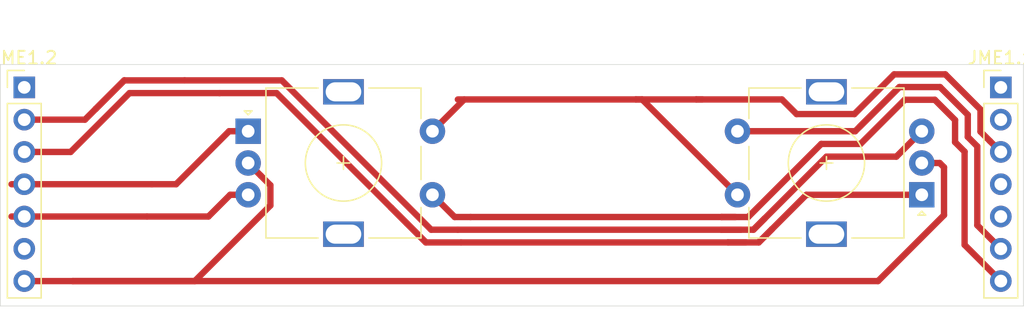
<source format=kicad_pcb>
(kicad_pcb (version 20171130) (host pcbnew "(5.1.4)-1")

  (general
    (thickness 1.6)
    (drawings 8)
    (tracks 93)
    (zones 0)
    (modules 4)
    (nets 15)
  )

  (page A4)
  (layers
    (0 F.Cu signal)
    (31 B.Cu signal)
    (32 B.Adhes user)
    (33 F.Adhes user)
    (34 B.Paste user)
    (35 F.Paste user)
    (36 B.SilkS user)
    (37 F.SilkS user)
    (38 B.Mask user hide)
    (39 F.Mask user hide)
    (40 Dwgs.User user)
    (41 Cmts.User user)
    (42 Eco1.User user)
    (43 Eco2.User user hide)
    (44 Edge.Cuts user)
    (45 Margin user)
    (46 B.CrtYd user)
    (47 F.CrtYd user)
    (48 B.Fab user)
    (49 F.Fab user)
  )

  (setup
    (last_trace_width 0.5)
    (user_trace_width 0.762)
    (trace_clearance 0.5)
    (zone_clearance 0.5)
    (zone_45_only no)
    (trace_min 0.2)
    (via_size 0.8)
    (via_drill 0.4)
    (via_min_size 0.4)
    (via_min_drill 0.3)
    (uvia_size 0.3)
    (uvia_drill 0.1)
    (uvias_allowed no)
    (uvia_min_size 0.2)
    (uvia_min_drill 0.1)
    (edge_width 0.05)
    (segment_width 0.2)
    (pcb_text_width 0.3)
    (pcb_text_size 1.5 1.5)
    (mod_edge_width 0.12)
    (mod_text_size 1 1)
    (mod_text_width 0.15)
    (pad_size 1.524 1.524)
    (pad_drill 0.762)
    (pad_to_mask_clearance 0.5)
    (solder_mask_min_width 0.25)
    (aux_axis_origin 0 0)
    (grid_origin 118.745 48.895)
    (visible_elements 7EF9BE47)
    (pcbplotparams
      (layerselection 0x010fc_ffffffff)
      (usegerberextensions false)
      (usegerberattributes false)
      (usegerberadvancedattributes false)
      (creategerberjobfile false)
      (excludeedgelayer true)
      (linewidth 0.100000)
      (plotframeref false)
      (viasonmask false)
      (mode 1)
      (useauxorigin false)
      (hpglpennumber 1)
      (hpglpenspeed 20)
      (hpglpendiameter 15.000000)
      (psnegative false)
      (psa4output false)
      (plotreference true)
      (plotvalue true)
      (plotinvisibletext false)
      (padsonsilk false)
      (subtractmaskfromsilk false)
      (outputformat 1)
      (mirror false)
      (drillshape 1)
      (scaleselection 1)
      (outputdirectory ""))
  )

  (net 0 "")
  (net 1 "Net-(ESW1-PadS1)")
  (net 2 "Net-(ESW1-PadS2)")
  (net 3 "Net-(ESW1-PadB)")
  (net 4 "Net-(ESW1-PadC)")
  (net 5 "Net-(ESW1-PadA)")
  (net 6 "Net-(ESW2-PadS1)")
  (net 7 "Net-(ESW2-PadB)")
  (net 8 "Net-(ESW2-PadA)")
  (net 9 "Net-(JME1.1-Pad1)")
  (net 10 "Net-(JME1.1-Pad2)")
  (net 11 "Net-(JME1.1-Pad4)")
  (net 12 "Net-(JME1.1-Pad5)")
  (net 13 "Net-(JME1.2-Pad6)")
  (net 14 "Net-(JME1.2-Pad1)")

  (net_class Default "This is the default net class."
    (clearance 0.5)
    (trace_width 0.5)
    (via_dia 0.8)
    (via_drill 0.4)
    (uvia_dia 0.3)
    (uvia_drill 0.1)
    (add_net "Net-(JME1.1-Pad1)")
    (add_net "Net-(JME1.1-Pad2)")
    (add_net "Net-(JME1.1-Pad4)")
    (add_net "Net-(JME1.1-Pad5)")
    (add_net "Net-(JME1.2-Pad1)")
    (add_net "Net-(JME1.2-Pad6)")
  )

  (net_class Large ""
    (clearance 0.5)
    (trace_width 0.5)
    (via_dia 0.8)
    (via_drill 0.4)
    (uvia_dia 0.3)
    (uvia_drill 0.1)
    (add_net "Net-(ESW1-PadA)")
    (add_net "Net-(ESW1-PadB)")
    (add_net "Net-(ESW1-PadC)")
    (add_net "Net-(ESW1-PadS1)")
    (add_net "Net-(ESW1-PadS2)")
    (add_net "Net-(ESW2-PadA)")
    (add_net "Net-(ESW2-PadB)")
    (add_net "Net-(ESW2-PadS1)")
  )

  (module Keebio-Parts:RotaryEncoder_EC11 (layer F.Cu) (tedit 5CA3A452) (tstamp 5D901699)
    (at 183.745 37.645 180)
    (descr "Alps rotary encoder, EC12E... with switch, vertical shaft, http://www.alps.com/prod/info/E/HTML/Encoder/Incremental/EC11/EC11E15204A3.html")
    (tags "rotary encoder")
    (path /5DA01490)
    (fp_text reference ESW2 (at -4.7 -7.2) (layer F.Fab)
      (effects (font (size 1 1) (thickness 0.15)))
    )
    (fp_text value Rotary_Encoder_Switch (at 0 7.9) (layer F.Fab)
      (effects (font (size 1 1) (thickness 0.15)))
    )
    (fp_text user %R (at 3.6 3.8) (layer F.Fab)
      (effects (font (size 1 1) (thickness 0.15)))
    )
    (fp_line (start -0.5 0) (end 0.5 0) (layer F.SilkS) (width 0.12))
    (fp_line (start 0 -0.5) (end 0 0.5) (layer F.SilkS) (width 0.12))
    (fp_line (start 6.1 3.5) (end 6.1 5.9) (layer F.SilkS) (width 0.12))
    (fp_line (start 6.1 -1.3) (end 6.1 1.3) (layer F.SilkS) (width 0.12))
    (fp_line (start 6.1 -5.9) (end 6.1 -3.5) (layer F.SilkS) (width 0.12))
    (fp_line (start -3 0) (end 3 0) (layer F.Fab) (width 0.12))
    (fp_line (start 0 -3) (end 0 3) (layer F.Fab) (width 0.12))
    (fp_line (start -7.2 -4.1) (end -7.5 -3.8) (layer F.SilkS) (width 0.12))
    (fp_line (start -7.8 -4.1) (end -7.2 -4.1) (layer F.SilkS) (width 0.12))
    (fp_line (start -7.5 -3.8) (end -7.8 -4.1) (layer F.SilkS) (width 0.12))
    (fp_line (start -6.1 -5.9) (end -6.1 5.9) (layer F.SilkS) (width 0.12))
    (fp_line (start -2 -5.9) (end -6.1 -5.9) (layer F.SilkS) (width 0.12))
    (fp_line (start -2 5.9) (end -6.1 5.9) (layer F.SilkS) (width 0.12))
    (fp_line (start 6.1 5.9) (end 2 5.9) (layer F.SilkS) (width 0.12))
    (fp_line (start 2 -5.9) (end 6.1 -5.9) (layer F.SilkS) (width 0.12))
    (fp_line (start -6 -4.7) (end -5 -5.8) (layer F.Fab) (width 0.12))
    (fp_line (start -6 5.8) (end -6 -4.7) (layer F.Fab) (width 0.12))
    (fp_line (start 6 5.8) (end -6 5.8) (layer F.Fab) (width 0.12))
    (fp_line (start 6 -5.8) (end 6 5.8) (layer F.Fab) (width 0.12))
    (fp_line (start -5 -5.8) (end 6 -5.8) (layer F.Fab) (width 0.12))
    (fp_line (start -9 -7.1) (end 8.5 -7.1) (layer F.CrtYd) (width 0.05))
    (fp_line (start -9 -7.1) (end -9 7.1) (layer F.CrtYd) (width 0.05))
    (fp_line (start 8.5 7.1) (end 8.5 -7.1) (layer F.CrtYd) (width 0.05))
    (fp_line (start 8.5 7.1) (end -9 7.1) (layer F.CrtYd) (width 0.05))
    (fp_circle (center 0 0) (end 3 0) (layer F.SilkS) (width 0.12))
    (fp_circle (center 0 0) (end 3 0) (layer F.Fab) (width 0.12))
    (pad S1 thru_hole circle (at 7 2.5 180) (size 2 2) (drill 1) (layers *.Cu *.Mask)
      (net 6 "Net-(ESW2-PadS1)"))
    (pad S2 thru_hole circle (at 7 -2.5 180) (size 2 2) (drill 1) (layers *.Cu *.Mask)
      (net 2 "Net-(ESW1-PadS2)"))
    (pad MP thru_hole rect (at 0 5.6 180) (size 3.2 2) (drill oval 2.8 1.5) (layers *.Cu *.Mask))
    (pad MP thru_hole rect (at 0 -5.6 180) (size 3.2 2) (drill oval 2.8 1.5) (layers *.Cu *.Mask))
    (pad B thru_hole circle (at -7.5 2.5 180) (size 2 2) (drill 1) (layers *.Cu *.Mask)
      (net 7 "Net-(ESW2-PadB)"))
    (pad C thru_hole circle (at -7.5 0 180) (size 2 2) (drill 1) (layers *.Cu *.Mask)
      (net 4 "Net-(ESW1-PadC)"))
    (pad A thru_hole rect (at -7.5 -2.5 180) (size 2 2) (drill 1) (layers *.Cu *.Mask)
      (net 8 "Net-(ESW2-PadA)"))
    (model ${KISYS3DMOD}/Rotary_Encoder.3dshapes/RotaryEncoder_Alps_EC11E-Switch_Vertical_H20mm.wrl
      (at (xyz 0 0 0))
      (scale (xyz 1 1 1))
      (rotate (xyz 0 0 0))
    )
  )

  (module Connector_PinHeader_2.54mm:PinHeader_1x07_P2.54mm_Vertical (layer F.Cu) (tedit 59FED5CC) (tstamp 5D97F7CD)
    (at 120.63 31.695)
    (descr "Through hole straight pin header, 1x07, 2.54mm pitch, single row")
    (tags "Through hole pin header THT 1x07 2.54mm single row")
    (path /5D93C919)
    (fp_text reference JME1.2 (at 0 -2.33) (layer F.SilkS)
      (effects (font (size 1 1) (thickness 0.15)))
    )
    (fp_text value Conn_01x07_Female (at 0 17.57) (layer F.Fab)
      (effects (font (size 1 1) (thickness 0.15)))
    )
    (fp_text user %R (at 0 7.62 90) (layer F.Fab)
      (effects (font (size 1 1) (thickness 0.15)))
    )
    (fp_line (start 1.8 -1.8) (end -1.8 -1.8) (layer F.CrtYd) (width 0.05))
    (fp_line (start 1.8 17.05) (end 1.8 -1.8) (layer F.CrtYd) (width 0.05))
    (fp_line (start -1.8 17.05) (end 1.8 17.05) (layer F.CrtYd) (width 0.05))
    (fp_line (start -1.8 -1.8) (end -1.8 17.05) (layer F.CrtYd) (width 0.05))
    (fp_line (start -1.33 -1.33) (end 0 -1.33) (layer F.SilkS) (width 0.12))
    (fp_line (start -1.33 0) (end -1.33 -1.33) (layer F.SilkS) (width 0.12))
    (fp_line (start -1.33 1.27) (end 1.33 1.27) (layer F.SilkS) (width 0.12))
    (fp_line (start 1.33 1.27) (end 1.33 16.57) (layer F.SilkS) (width 0.12))
    (fp_line (start -1.33 1.27) (end -1.33 16.57) (layer F.SilkS) (width 0.12))
    (fp_line (start -1.33 16.57) (end 1.33 16.57) (layer F.SilkS) (width 0.12))
    (fp_line (start -1.27 -0.635) (end -0.635 -1.27) (layer F.Fab) (width 0.1))
    (fp_line (start -1.27 16.51) (end -1.27 -0.635) (layer F.Fab) (width 0.1))
    (fp_line (start 1.27 16.51) (end -1.27 16.51) (layer F.Fab) (width 0.1))
    (fp_line (start 1.27 -1.27) (end 1.27 16.51) (layer F.Fab) (width 0.1))
    (fp_line (start -0.635 -1.27) (end 1.27 -1.27) (layer F.Fab) (width 0.1))
    (pad 7 thru_hole oval (at 0 15.24) (size 1.7 1.7) (drill 1) (layers *.Cu *.Mask)
      (net 4 "Net-(ESW1-PadC)"))
    (pad 6 thru_hole oval (at 0 12.7) (size 1.7 1.7) (drill 1) (layers *.Cu *.Mask)
      (net 13 "Net-(JME1.2-Pad6)"))
    (pad 5 thru_hole oval (at 0 10.16) (size 1.7 1.7) (drill 1) (layers *.Cu *.Mask)
      (net 3 "Net-(ESW1-PadB)"))
    (pad 4 thru_hole oval (at 0 7.62) (size 1.7 1.7) (drill 1) (layers *.Cu *.Mask)
      (net 5 "Net-(ESW1-PadA)"))
    (pad 3 thru_hole oval (at 0 5.08) (size 1.7 1.7) (drill 1) (layers *.Cu *.Mask)
      (net 8 "Net-(ESW2-PadA)"))
    (pad 2 thru_hole oval (at 0 2.54) (size 1.7 1.7) (drill 1) (layers *.Cu *.Mask)
      (net 7 "Net-(ESW2-PadB)"))
    (pad 1 thru_hole rect (at 0 0) (size 1.7 1.7) (drill 1) (layers *.Cu *.Mask)
      (net 14 "Net-(JME1.2-Pad1)"))
    (model ${KISYS3DMOD}/Connector_PinHeader_2.54mm.3dshapes/PinHeader_1x07_P2.54mm_Vertical.wrl
      (at (xyz 0 0 0))
      (scale (xyz 1 1 1))
      (rotate (xyz 0 0 0))
    )
  )

  (module Keebio-Parts:RotaryEncoder_EC11 (layer F.Cu) (tedit 5CA3A452) (tstamp 5D9016BF)
    (at 145.745 37.645)
    (descr "Alps rotary encoder, EC12E... with switch, vertical shaft, http://www.alps.com/prod/info/E/HTML/Encoder/Incremental/EC11/EC11E15204A3.html")
    (tags "rotary encoder")
    (path /5D9E8790)
    (fp_text reference ESW1 (at -4.7 -7.2) (layer F.Fab)
      (effects (font (size 1 1) (thickness 0.15)))
    )
    (fp_text value Rotary_Encoder_Switch (at 0 7.9) (layer F.Fab)
      (effects (font (size 1 1) (thickness 0.15)))
    )
    (fp_text user %R (at 3.6 3.8) (layer F.Fab)
      (effects (font (size 1 1) (thickness 0.15)))
    )
    (fp_line (start -0.5 0) (end 0.5 0) (layer F.SilkS) (width 0.12))
    (fp_line (start 0 -0.5) (end 0 0.5) (layer F.SilkS) (width 0.12))
    (fp_line (start 6.1 3.5) (end 6.1 5.9) (layer F.SilkS) (width 0.12))
    (fp_line (start 6.1 -1.3) (end 6.1 1.3) (layer F.SilkS) (width 0.12))
    (fp_line (start 6.1 -5.9) (end 6.1 -3.5) (layer F.SilkS) (width 0.12))
    (fp_line (start -3 0) (end 3 0) (layer F.Fab) (width 0.12))
    (fp_line (start 0 -3) (end 0 3) (layer F.Fab) (width 0.12))
    (fp_line (start -7.2 -4.1) (end -7.5 -3.8) (layer F.SilkS) (width 0.12))
    (fp_line (start -7.8 -4.1) (end -7.2 -4.1) (layer F.SilkS) (width 0.12))
    (fp_line (start -7.5 -3.8) (end -7.8 -4.1) (layer F.SilkS) (width 0.12))
    (fp_line (start -6.1 -5.9) (end -6.1 5.9) (layer F.SilkS) (width 0.12))
    (fp_line (start -2 -5.9) (end -6.1 -5.9) (layer F.SilkS) (width 0.12))
    (fp_line (start -2 5.9) (end -6.1 5.9) (layer F.SilkS) (width 0.12))
    (fp_line (start 6.1 5.9) (end 2 5.9) (layer F.SilkS) (width 0.12))
    (fp_line (start 2 -5.9) (end 6.1 -5.9) (layer F.SilkS) (width 0.12))
    (fp_line (start -6 -4.7) (end -5 -5.8) (layer F.Fab) (width 0.12))
    (fp_line (start -6 5.8) (end -6 -4.7) (layer F.Fab) (width 0.12))
    (fp_line (start 6 5.8) (end -6 5.8) (layer F.Fab) (width 0.12))
    (fp_line (start 6 -5.8) (end 6 5.8) (layer F.Fab) (width 0.12))
    (fp_line (start -5 -5.8) (end 6 -5.8) (layer F.Fab) (width 0.12))
    (fp_line (start -9 -7.1) (end 8.5 -7.1) (layer F.CrtYd) (width 0.05))
    (fp_line (start -9 -7.1) (end -9 7.1) (layer F.CrtYd) (width 0.05))
    (fp_line (start 8.5 7.1) (end 8.5 -7.1) (layer F.CrtYd) (width 0.05))
    (fp_line (start 8.5 7.1) (end -9 7.1) (layer F.CrtYd) (width 0.05))
    (fp_circle (center 0 0) (end 3 0) (layer F.SilkS) (width 0.12))
    (fp_circle (center 0 0) (end 3 0) (layer F.Fab) (width 0.12))
    (pad S1 thru_hole circle (at 7 2.5) (size 2 2) (drill 1) (layers *.Cu *.Mask)
      (net 1 "Net-(ESW1-PadS1)"))
    (pad S2 thru_hole circle (at 7 -2.5) (size 2 2) (drill 1) (layers *.Cu *.Mask)
      (net 2 "Net-(ESW1-PadS2)"))
    (pad MP thru_hole rect (at 0 5.6) (size 3.2 2) (drill oval 2.8 1.5) (layers *.Cu *.Mask))
    (pad MP thru_hole rect (at 0 -5.6) (size 3.2 2) (drill oval 2.8 1.5) (layers *.Cu *.Mask))
    (pad B thru_hole circle (at -7.5 2.5) (size 2 2) (drill 1) (layers *.Cu *.Mask)
      (net 3 "Net-(ESW1-PadB)"))
    (pad C thru_hole circle (at -7.5 0) (size 2 2) (drill 1) (layers *.Cu *.Mask)
      (net 4 "Net-(ESW1-PadC)"))
    (pad A thru_hole rect (at -7.5 -2.5) (size 2 2) (drill 1) (layers *.Cu *.Mask)
      (net 5 "Net-(ESW1-PadA)"))
    (model ${KISYS3DMOD}/Rotary_Encoder.3dshapes/RotaryEncoder_Alps_EC11E-Switch_Vertical_H20mm.wrl
      (at (xyz 0 0 0))
      (scale (xyz 1 1 1))
      (rotate (xyz 0 0 0))
    )
  )

  (module Connector_PinHeader_2.54mm:PinHeader_1x07_P2.54mm_Vertical (layer F.Cu) (tedit 59FED5CC) (tstamp 5D97F7B3)
    (at 197.465 31.695)
    (descr "Through hole straight pin header, 1x07, 2.54mm pitch, single row")
    (tags "Through hole pin header THT 1x07 2.54mm single row")
    (path /5D95576E)
    (fp_text reference JME1.1 (at 0 -2.33) (layer F.SilkS)
      (effects (font (size 1 1) (thickness 0.15)))
    )
    (fp_text value Conn_01x7_Female (at 0 17.57) (layer F.Fab)
      (effects (font (size 1 1) (thickness 0.15)))
    )
    (fp_line (start -0.635 -1.27) (end 1.27 -1.27) (layer F.Fab) (width 0.1))
    (fp_line (start 1.27 -1.27) (end 1.27 16.51) (layer F.Fab) (width 0.1))
    (fp_line (start 1.27 16.51) (end -1.27 16.51) (layer F.Fab) (width 0.1))
    (fp_line (start -1.27 16.51) (end -1.27 -0.635) (layer F.Fab) (width 0.1))
    (fp_line (start -1.27 -0.635) (end -0.635 -1.27) (layer F.Fab) (width 0.1))
    (fp_line (start -1.33 16.57) (end 1.33 16.57) (layer F.SilkS) (width 0.12))
    (fp_line (start -1.33 1.27) (end -1.33 16.57) (layer F.SilkS) (width 0.12))
    (fp_line (start 1.33 1.27) (end 1.33 16.57) (layer F.SilkS) (width 0.12))
    (fp_line (start -1.33 1.27) (end 1.33 1.27) (layer F.SilkS) (width 0.12))
    (fp_line (start -1.33 0) (end -1.33 -1.33) (layer F.SilkS) (width 0.12))
    (fp_line (start -1.33 -1.33) (end 0 -1.33) (layer F.SilkS) (width 0.12))
    (fp_line (start -1.8 -1.8) (end -1.8 17.05) (layer F.CrtYd) (width 0.05))
    (fp_line (start -1.8 17.05) (end 1.8 17.05) (layer F.CrtYd) (width 0.05))
    (fp_line (start 1.8 17.05) (end 1.8 -1.8) (layer F.CrtYd) (width 0.05))
    (fp_line (start 1.8 -1.8) (end -1.8 -1.8) (layer F.CrtYd) (width 0.05))
    (fp_text user %R (at 0 7.62 90) (layer F.Fab)
      (effects (font (size 1 1) (thickness 0.15)))
    )
    (pad 1 thru_hole rect (at 0 0) (size 1.7 1.7) (drill 1) (layers *.Cu *.Mask)
      (net 9 "Net-(JME1.1-Pad1)"))
    (pad 2 thru_hole oval (at 0 2.54) (size 1.7 1.7) (drill 1) (layers *.Cu *.Mask)
      (net 10 "Net-(JME1.1-Pad2)"))
    (pad 3 thru_hole oval (at 0 5.08) (size 1.7 1.7) (drill 1) (layers *.Cu *.Mask)
      (net 2 "Net-(ESW1-PadS2)"))
    (pad 4 thru_hole oval (at 0 7.62) (size 1.7 1.7) (drill 1) (layers *.Cu *.Mask)
      (net 11 "Net-(JME1.1-Pad4)"))
    (pad 5 thru_hole oval (at 0 10.16) (size 1.7 1.7) (drill 1) (layers *.Cu *.Mask)
      (net 12 "Net-(JME1.1-Pad5)"))
    (pad 6 thru_hole oval (at 0 12.7) (size 1.7 1.7) (drill 1) (layers *.Cu *.Mask)
      (net 6 "Net-(ESW2-PadS1)"))
    (pad 7 thru_hole oval (at 0 15.24) (size 1.7 1.7) (drill 1) (layers *.Cu *.Mask)
      (net 1 "Net-(ESW1-PadS1)"))
    (model ${KISYS3DMOD}/Connector_PinHeader_2.54mm.3dshapes/PinHeader_1x07_P2.54mm_Vertical.wrl
      (at (xyz 0 0 0))
      (scale (xyz 1 1 1))
      (rotate (xyz 0 0 0))
    )
  )

  (gr_circle (center 183.495 37.395) (end 183.495 49.895) (layer Dwgs.User) (width 0.15) (tstamp 5D9801F2))
  (gr_circle (center 183.495 37.395) (end 189.495 41.895) (layer Dwgs.User) (width 0.15) (tstamp 5D9801F1))
  (gr_circle (center 145.745 37.645) (end 145.745 50.145) (layer Dwgs.User) (width 0.15))
  (gr_circle (center 145.745 37.645) (end 151.745 42.145) (layer Dwgs.User) (width 0.15))
  (gr_line (start 118.745 29.895) (end 199.245 29.895) (layer Edge.Cuts) (width 0.05) (tstamp 5D97FA81))
  (gr_line (start 199.245 29.895) (end 199.245 48.895) (layer Edge.Cuts) (width 0.05) (tstamp 5D97FA45))
  (gr_line (start 199.245 48.895) (end 118.745 48.895) (layer Edge.Cuts) (width 0.05) (tstamp 5D97FA44))
  (gr_line (start 118.745 48.895) (end 118.745 29.895) (layer Edge.Cuts) (width 0.05) (tstamp 5D97FA43))

  (segment (start 154.495001 41.895001) (end 152.745 40.145) (width 0.5) (layer F.Cu) (net 1))
  (segment (start 155.744999 41.895001) (end 154.495001 41.895001) (width 0.5) (layer F.Cu) (net 1))
  (segment (start 183.334992 36.14501) (end 177.585001 41.895001) (width 0.5) (layer F.Cu) (net 1))
  (segment (start 186.423446 36.14501) (end 183.334992 36.14501) (width 0.5) (layer F.Cu) (net 1))
  (segment (start 189.898425 32.67003) (end 186.423446 36.14501) (width 0.5) (layer F.Cu) (net 1))
  (segment (start 192.27003 32.67003) (end 189.898425 32.67003) (width 0.5) (layer F.Cu) (net 1))
  (segment (start 193.864979 34.264979) (end 192.27003 32.67003) (width 0.5) (layer F.Cu) (net 1))
  (segment (start 176.585001 41.895001) (end 175.495001 41.895001) (width 0.5) (layer F.Cu) (net 1))
  (segment (start 177.585001 41.895001) (end 175.495001 41.895001) (width 0.5) (layer F.Cu) (net 1))
  (segment (start 194.614981 44.084981) (end 194.614981 36.753435) (width 0.5) (layer F.Cu) (net 1))
  (segment (start 175.495001 41.895001) (end 155.744999 41.895001) (width 0.5) (layer F.Cu) (net 1))
  (segment (start 194.614981 36.753435) (end 193.864979 36.003433) (width 0.5) (layer F.Cu) (net 1))
  (segment (start 197.465 46.935) (end 194.614981 44.084981) (width 0.5) (layer F.Cu) (net 1))
  (segment (start 193.864979 36.003433) (end 193.864979 34.264979) (width 0.5) (layer F.Cu) (net 1))
  (segment (start 155.245 32.645) (end 152.745 35.145) (width 0.5) (layer F.Cu) (net 2))
  (segment (start 173.495 32.645) (end 173.995 32.645) (width 0.5) (layer F.Cu) (net 2))
  (segment (start 169.245 32.645) (end 168.745 32.645) (width 0.5) (layer F.Cu) (net 2))
  (segment (start 176.745 40.145) (end 169.245 32.645) (width 0.5) (layer F.Cu) (net 2))
  (segment (start 154.745 32.645) (end 168.745 32.645) (width 0.5) (layer F.Cu) (net 2))
  (segment (start 168.745 32.645) (end 173.495 32.645) (width 0.5) (layer F.Cu) (net 2))
  (segment (start 196.615001 35.925001) (end 197.465 36.775) (width 0.5) (layer F.Cu) (net 2))
  (segment (start 195.864999 35.174999) (end 196.615001 35.925001) (width 0.5) (layer F.Cu) (net 2))
  (segment (start 195.864999 33.436545) (end 195.864999 35.174999) (width 0.5) (layer F.Cu) (net 2))
  (segment (start 193.098464 30.67001) (end 195.864999 33.436545) (width 0.5) (layer F.Cu) (net 2))
  (segment (start 189.069992 30.67001) (end 193.098464 30.67001) (width 0.5) (layer F.Cu) (net 2))
  (segment (start 185.945001 33.795001) (end 189.069992 30.67001) (width 0.5) (layer F.Cu) (net 2))
  (segment (start 181.395001 33.795001) (end 185.945001 33.795001) (width 0.5) (layer F.Cu) (net 2))
  (segment (start 180.245 32.645) (end 181.395001 33.795001) (width 0.5) (layer F.Cu) (net 2))
  (segment (start 173.495 32.645) (end 180.245 32.645) (width 0.5) (layer F.Cu) (net 2))
  (segment (start 135.120787 41.855) (end 130.285 41.855) (width 0.5) (layer F.Cu) (net 3))
  (segment (start 136.830787 40.145) (end 135.120787 41.855) (width 0.5) (layer F.Cu) (net 3))
  (segment (start 138.245 40.145) (end 136.830787 40.145) (width 0.5) (layer F.Cu) (net 3))
  (segment (start 119.63 41.855) (end 130.285 41.855) (width 0.5) (layer F.Cu) (net 3))
  (segment (start 139.244999 38.644999) (end 138.245 37.645) (width 0.5) (layer F.Cu) (net 4))
  (segment (start 139.995001 39.395001) (end 139.244999 38.644999) (width 0.5) (layer F.Cu) (net 4))
  (segment (start 139.995001 40.985001) (end 139.995001 39.395001) (width 0.5) (layer F.Cu) (net 4))
  (segment (start 134.045002 46.935) (end 139.995001 40.985001) (width 0.5) (layer F.Cu) (net 4))
  (segment (start 187.805002 46.935) (end 124.455 46.935) (width 0.5) (layer F.Cu) (net 4))
  (segment (start 192.995001 41.745001) (end 187.805002 46.935) (width 0.5) (layer F.Cu) (net 4))
  (segment (start 192.659213 37.645) (end 192.995001 37.980788) (width 0.5) (layer F.Cu) (net 4))
  (segment (start 191.245 37.645) (end 192.659213 37.645) (width 0.5) (layer F.Cu) (net 4))
  (segment (start 120.63 46.935) (end 124.455 46.935) (width 0.5) (layer F.Cu) (net 4))
  (segment (start 192.995001 37.980788) (end 192.995001 41.745001) (width 0.5) (layer F.Cu) (net 4))
  (segment (start 124.455 46.935) (end 134.045002 46.935) (width 0.5) (layer F.Cu) (net 4))
  (segment (start 132.575 39.315) (end 130.665 39.315) (width 0.5) (layer F.Cu) (net 5))
  (segment (start 136.745 35.145) (end 132.575 39.315) (width 0.5) (layer F.Cu) (net 5))
  (segment (start 138.245 35.145) (end 136.745 35.145) (width 0.5) (layer F.Cu) (net 5))
  (segment (start 119.63 39.315) (end 130.665 39.315) (width 0.5) (layer F.Cu) (net 5))
  (segment (start 185.495 35.145) (end 176.745 35.145) (width 0.5) (layer F.Cu) (net 6))
  (segment (start 186.009229 35.145) (end 185.495 35.145) (width 0.5) (layer F.Cu) (net 6))
  (segment (start 189.484209 31.67002) (end 186.009229 35.145) (width 0.5) (layer F.Cu) (net 6))
  (segment (start 189.484209 31.67002) (end 186.359218 34.795011) (width 0.5) (layer F.Cu) (net 6))
  (segment (start 195.614991 42.544991) (end 197.465 44.395) (width 0.5) (layer F.Cu) (net 6))
  (segment (start 195.614991 36.339218) (end 195.614991 42.544991) (width 0.5) (layer F.Cu) (net 6))
  (segment (start 194.864989 35.589217) (end 195.614991 36.339218) (width 0.5) (layer F.Cu) (net 6))
  (segment (start 194.864989 33.850762) (end 194.864989 35.589217) (width 0.5) (layer F.Cu) (net 6))
  (segment (start 192.684247 31.67002) (end 194.864989 33.850762) (width 0.5) (layer F.Cu) (net 6))
  (segment (start 189.484209 31.67002) (end 192.684247 31.67002) (width 0.5) (layer F.Cu) (net 6))
  (segment (start 191.245 35.145) (end 189.24498 37.14502) (width 0.5) (layer F.Cu) (net 7))
  (segment (start 189.24498 37.14502) (end 183.749208 37.14502) (width 0.5) (layer F.Cu) (net 7))
  (segment (start 125.405 34.235) (end 120.63 34.235) (width 0.5) (layer F.Cu) (net 7))
  (segment (start 154.744989 42.895011) (end 152.645009 42.895011) (width 0.5) (layer F.Cu) (net 7))
  (segment (start 152.645009 42.895011) (end 140.894998 31.145) (width 0.5) (layer F.Cu) (net 7))
  (segment (start 177.999218 42.895011) (end 175.495011 42.895011) (width 0.5) (layer F.Cu) (net 7))
  (segment (start 178.872114 42.022114) (end 177.999218 42.895011) (width 0.5) (layer F.Cu) (net 7))
  (segment (start 175.495011 42.895011) (end 154.744989 42.895011) (width 0.5) (layer F.Cu) (net 7))
  (segment (start 176.999217 42.895011) (end 175.495011 42.895011) (width 0.5) (layer F.Cu) (net 7))
  (segment (start 178.872114 42.022114) (end 177.999217 42.895011) (width 0.5) (layer F.Cu) (net 7))
  (segment (start 183.749208 37.14502) (end 178.872114 42.022114) (width 0.5) (layer F.Cu) (net 7))
  (segment (start 126.245 33.394999) (end 126.245 33.395) (width 0.5) (layer F.Cu) (net 7))
  (segment (start 128.494999 31.145) (end 126.245 33.394999) (width 0.5) (layer F.Cu) (net 7))
  (segment (start 133.245 31.145) (end 128.494999 31.145) (width 0.5) (layer F.Cu) (net 7))
  (segment (start 140.894998 31.145) (end 133.245 31.145) (width 0.5) (layer F.Cu) (net 7))
  (segment (start 128.495 31.145) (end 126.245 33.395) (width 0.5) (layer F.Cu) (net 7))
  (segment (start 126.245 33.395) (end 125.405 34.235) (width 0.5) (layer F.Cu) (net 7))
  (segment (start 150.737886 42.402114) (end 152.230792 43.895021) (width 0.5) (layer F.Cu) (net 8))
  (segment (start 182.163454 40.145) (end 189.745 40.145) (width 0.5) (layer F.Cu) (net 8))
  (segment (start 189.745 40.145) (end 191.245 40.145) (width 0.5) (layer F.Cu) (net 8))
  (segment (start 149.487886 41.152115) (end 149.487886 41.152114) (width 0.5) (layer F.Cu) (net 8))
  (segment (start 152.230792 43.895021) (end 149.487886 41.152115) (width 0.5) (layer F.Cu) (net 8))
  (segment (start 140.480782 32.14501) (end 149.487886 41.152114) (width 0.5) (layer F.Cu) (net 8))
  (segment (start 154.995021 43.895021) (end 152.230792 43.895021) (width 0.5) (layer F.Cu) (net 8))
  (segment (start 149.487886 41.152114) (end 150.737886 42.402114) (width 0.5) (layer F.Cu) (net 8))
  (segment (start 178.413435 43.895021) (end 175.995021 43.895021) (width 0.5) (layer F.Cu) (net 8))
  (segment (start 179.454228 42.854228) (end 178.413435 43.895021) (width 0.5) (layer F.Cu) (net 8))
  (segment (start 175.995021 43.895021) (end 177.413434 43.895021) (width 0.5) (layer F.Cu) (net 8))
  (segment (start 154.995021 43.895021) (end 175.995021 43.895021) (width 0.5) (layer F.Cu) (net 8))
  (segment (start 179.454228 42.854228) (end 182.163454 40.145) (width 0.5) (layer F.Cu) (net 8))
  (segment (start 178.413434 43.895021) (end 179.454228 42.854228) (width 0.5) (layer F.Cu) (net 8))
  (segment (start 124.279226 36.775) (end 120.63 36.775) (width 0.5) (layer F.Cu) (net 8))
  (segment (start 128.909216 32.14501) (end 124.279226 36.775) (width 0.5) (layer F.Cu) (net 8))
  (segment (start 135.99501 32.14501) (end 128.909216 32.14501) (width 0.5) (layer F.Cu) (net 8))
  (segment (start 135.99501 32.14501) (end 140.480782 32.14501) (width 0.5) (layer F.Cu) (net 8))

)

</source>
